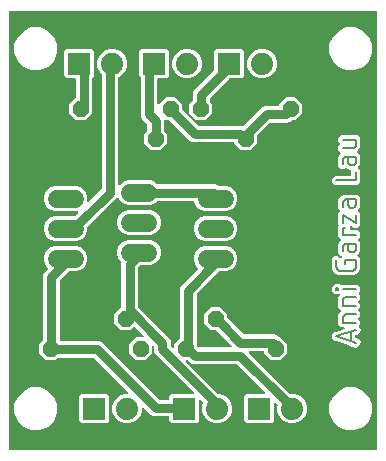
<source format=gbr>
G04 EAGLE Gerber RS-274X export*
G75*
%MOMM*%
%FSLAX34Y34*%
%LPD*%
%INTop Copper*%
%IPPOS*%
%AMOC8*
5,1,8,0,0,1.08239X$1,22.5*%
G01*
%ADD10C,0.152400*%
%ADD11R,1.879600X1.879600*%
%ADD12C,1.879600*%
%ADD13C,1.524000*%
%ADD14P,1.429621X8X22.500000*%
%ADD15P,1.429621X8X202.500000*%
%ADD16C,0.800000*%

G36*
X313510Y3052D02*
X313510Y3052D01*
X313529Y3050D01*
X313631Y3072D01*
X313733Y3088D01*
X313750Y3098D01*
X313770Y3102D01*
X313859Y3155D01*
X313950Y3204D01*
X313964Y3218D01*
X313981Y3228D01*
X314048Y3307D01*
X314120Y3382D01*
X314128Y3400D01*
X314141Y3415D01*
X314180Y3511D01*
X314223Y3605D01*
X314225Y3625D01*
X314233Y3643D01*
X314251Y3810D01*
X314251Y373890D01*
X314248Y373910D01*
X314250Y373929D01*
X314228Y374031D01*
X314212Y374133D01*
X314202Y374150D01*
X314198Y374170D01*
X314145Y374259D01*
X314096Y374350D01*
X314082Y374364D01*
X314072Y374381D01*
X313993Y374448D01*
X313918Y374520D01*
X313900Y374528D01*
X313885Y374541D01*
X313789Y374580D01*
X313695Y374623D01*
X313675Y374625D01*
X313657Y374633D01*
X313490Y374651D01*
X3810Y374651D01*
X3790Y374648D01*
X3771Y374650D01*
X3669Y374628D01*
X3567Y374612D01*
X3550Y374602D01*
X3530Y374598D01*
X3441Y374545D01*
X3350Y374496D01*
X3336Y374482D01*
X3319Y374472D01*
X3252Y374393D01*
X3180Y374318D01*
X3172Y374300D01*
X3159Y374285D01*
X3120Y374189D01*
X3077Y374095D01*
X3075Y374075D01*
X3067Y374057D01*
X3049Y373890D01*
X3049Y3810D01*
X3052Y3790D01*
X3050Y3771D01*
X3072Y3669D01*
X3088Y3567D01*
X3098Y3550D01*
X3102Y3530D01*
X3155Y3441D01*
X3204Y3350D01*
X3218Y3336D01*
X3228Y3319D01*
X3307Y3252D01*
X3382Y3180D01*
X3400Y3172D01*
X3415Y3159D01*
X3511Y3120D01*
X3605Y3077D01*
X3625Y3075D01*
X3643Y3067D01*
X3810Y3049D01*
X313490Y3049D01*
X313510Y3052D01*
G37*
%LPC*%
G36*
X100394Y25653D02*
X100394Y25653D01*
X95819Y27548D01*
X92318Y31049D01*
X90423Y35624D01*
X90423Y40576D01*
X92318Y45151D01*
X95819Y48652D01*
X100394Y50547D01*
X103367Y50547D01*
X103438Y50558D01*
X103509Y50560D01*
X103558Y50578D01*
X103610Y50586D01*
X103673Y50620D01*
X103740Y50645D01*
X103781Y50677D01*
X103827Y50702D01*
X103877Y50754D01*
X103933Y50798D01*
X103961Y50842D01*
X103997Y50880D01*
X104027Y50945D01*
X104066Y51005D01*
X104078Y51056D01*
X104100Y51103D01*
X104108Y51174D01*
X104126Y51244D01*
X104122Y51296D01*
X104127Y51347D01*
X104112Y51418D01*
X104106Y51489D01*
X104086Y51537D01*
X104075Y51588D01*
X104038Y51649D01*
X104010Y51715D01*
X103965Y51771D01*
X103949Y51799D01*
X103931Y51814D01*
X103905Y51846D01*
X74639Y81112D01*
X74565Y81165D01*
X74496Y81225D01*
X74466Y81237D01*
X74440Y81256D01*
X74353Y81283D01*
X74268Y81317D01*
X74227Y81321D01*
X74204Y81328D01*
X74172Y81327D01*
X74101Y81335D01*
X44502Y81335D01*
X44411Y81321D01*
X44321Y81313D01*
X44291Y81301D01*
X44259Y81296D01*
X44178Y81253D01*
X44094Y81217D01*
X44062Y81191D01*
X44041Y81180D01*
X44019Y81157D01*
X43963Y81112D01*
X42098Y79247D01*
X34102Y79247D01*
X28447Y84902D01*
X28447Y92898D01*
X31396Y95847D01*
X31449Y95921D01*
X31509Y95991D01*
X31521Y96021D01*
X31540Y96047D01*
X31567Y96134D01*
X31601Y96219D01*
X31605Y96260D01*
X31612Y96282D01*
X31611Y96314D01*
X31619Y96386D01*
X31619Y150550D01*
X32692Y153141D01*
X35834Y156282D01*
X35845Y156298D01*
X35861Y156311D01*
X35893Y156361D01*
X35924Y156393D01*
X35943Y156434D01*
X35977Y156482D01*
X35983Y156501D01*
X35994Y156518D01*
X36008Y156575D01*
X36027Y156616D01*
X36032Y156662D01*
X36049Y156717D01*
X36049Y156737D01*
X36054Y156756D01*
X36049Y156814D01*
X36055Y156861D01*
X36045Y156907D01*
X36043Y156963D01*
X36036Y156981D01*
X36035Y157001D01*
X36013Y157053D01*
X36002Y157101D01*
X35977Y157143D01*
X35959Y157194D01*
X35946Y157209D01*
X35938Y157228D01*
X35892Y157286D01*
X35876Y157312D01*
X35859Y157327D01*
X35834Y157359D01*
X34135Y159057D01*
X32511Y162978D01*
X32511Y167222D01*
X34135Y171143D01*
X37137Y174145D01*
X41058Y175769D01*
X60542Y175769D01*
X64463Y174145D01*
X67465Y171143D01*
X69089Y167222D01*
X69089Y162978D01*
X67465Y159057D01*
X64463Y156055D01*
X60542Y154431D01*
X54235Y154431D01*
X54145Y154417D01*
X54054Y154409D01*
X54024Y154397D01*
X53992Y154392D01*
X53912Y154349D01*
X53828Y154313D01*
X53796Y154287D01*
X53775Y154276D01*
X53753Y154253D01*
X53697Y154208D01*
X45940Y146451D01*
X45887Y146377D01*
X45827Y146308D01*
X45815Y146278D01*
X45796Y146252D01*
X45769Y146165D01*
X45735Y146080D01*
X45731Y146039D01*
X45724Y146016D01*
X45725Y145984D01*
X45717Y145913D01*
X45717Y96194D01*
X45720Y96174D01*
X45718Y96155D01*
X45740Y96053D01*
X45756Y95951D01*
X45766Y95934D01*
X45770Y95914D01*
X45823Y95825D01*
X45872Y95734D01*
X45886Y95720D01*
X45896Y95703D01*
X45975Y95636D01*
X46050Y95564D01*
X46068Y95556D01*
X46083Y95543D01*
X46179Y95504D01*
X46273Y95461D01*
X46293Y95459D01*
X46311Y95451D01*
X46478Y95433D01*
X78738Y95433D01*
X81329Y94360D01*
X129749Y45940D01*
X129823Y45887D01*
X129892Y45827D01*
X129922Y45815D01*
X129948Y45796D01*
X130035Y45769D01*
X130120Y45735D01*
X130161Y45731D01*
X130184Y45724D01*
X130216Y45725D01*
X130287Y45717D01*
X137922Y45717D01*
X137942Y45720D01*
X137961Y45718D01*
X138063Y45740D01*
X138165Y45756D01*
X138182Y45766D01*
X138202Y45770D01*
X138291Y45823D01*
X138382Y45872D01*
X138396Y45886D01*
X138413Y45896D01*
X138480Y45975D01*
X138552Y46050D01*
X138560Y46068D01*
X138573Y46083D01*
X138612Y46179D01*
X138655Y46273D01*
X138657Y46293D01*
X138665Y46311D01*
X138683Y46478D01*
X138683Y48761D01*
X140469Y50547D01*
X158607Y50547D01*
X158678Y50558D01*
X158749Y50560D01*
X158798Y50578D01*
X158850Y50586D01*
X158913Y50620D01*
X158980Y50645D01*
X159021Y50677D01*
X159067Y50702D01*
X159117Y50754D01*
X159173Y50798D01*
X159201Y50842D01*
X159237Y50880D01*
X159267Y50945D01*
X159306Y51005D01*
X159318Y51056D01*
X159340Y51103D01*
X159348Y51174D01*
X159366Y51244D01*
X159362Y51296D01*
X159367Y51347D01*
X159352Y51418D01*
X159346Y51489D01*
X159326Y51537D01*
X159315Y51588D01*
X159278Y51649D01*
X159250Y51715D01*
X159205Y51771D01*
X159189Y51799D01*
X159171Y51814D01*
X159145Y51846D01*
X128690Y82301D01*
X126600Y84391D01*
X125527Y86982D01*
X125527Y90673D01*
X125513Y90763D01*
X125505Y90854D01*
X125493Y90884D01*
X125488Y90916D01*
X125445Y90996D01*
X125409Y91080D01*
X125383Y91112D01*
X125372Y91133D01*
X125349Y91155D01*
X125304Y91211D01*
X125252Y91263D01*
X125194Y91305D01*
X125142Y91355D01*
X125095Y91376D01*
X125053Y91407D01*
X124984Y91428D01*
X124919Y91458D01*
X124867Y91464D01*
X124818Y91479D01*
X124746Y91477D01*
X124675Y91485D01*
X124624Y91474D01*
X124572Y91473D01*
X124504Y91448D01*
X124434Y91433D01*
X124390Y91406D01*
X124341Y91389D01*
X124285Y91344D01*
X124223Y91307D01*
X124189Y91267D01*
X124149Y91235D01*
X124110Y91175D01*
X124063Y91120D01*
X124044Y91072D01*
X124016Y91028D01*
X123998Y90958D01*
X123971Y90892D01*
X123963Y90821D01*
X123955Y90789D01*
X123957Y90766D01*
X123953Y90725D01*
X123953Y84902D01*
X118298Y79247D01*
X110302Y79247D01*
X104647Y84902D01*
X104647Y92898D01*
X110302Y98553D01*
X116125Y98553D01*
X116196Y98564D01*
X116267Y98566D01*
X116316Y98584D01*
X116368Y98592D01*
X116431Y98626D01*
X116498Y98651D01*
X116539Y98683D01*
X116585Y98708D01*
X116634Y98759D01*
X116691Y98804D01*
X116719Y98848D01*
X116755Y98886D01*
X116785Y98951D01*
X116824Y99011D01*
X116836Y99062D01*
X116858Y99109D01*
X116866Y99180D01*
X116884Y99250D01*
X116880Y99302D01*
X116885Y99353D01*
X116870Y99424D01*
X116864Y99495D01*
X116844Y99543D01*
X116833Y99594D01*
X116796Y99655D01*
X116768Y99721D01*
X116723Y99777D01*
X116707Y99805D01*
X116689Y99820D01*
X116663Y99852D01*
X109272Y107244D01*
X109255Y107256D01*
X109243Y107271D01*
X109156Y107327D01*
X109072Y107388D01*
X109053Y107393D01*
X109036Y107404D01*
X108936Y107430D01*
X108837Y107460D01*
X108817Y107459D01*
X108798Y107464D01*
X108695Y107456D01*
X108591Y107454D01*
X108572Y107447D01*
X108552Y107445D01*
X108457Y107405D01*
X108360Y107369D01*
X108344Y107357D01*
X108326Y107349D01*
X108195Y107244D01*
X105598Y104647D01*
X97602Y104647D01*
X91947Y110302D01*
X91947Y118298D01*
X97684Y124035D01*
X97737Y124109D01*
X97797Y124179D01*
X97809Y124209D01*
X97828Y124235D01*
X97855Y124322D01*
X97889Y124407D01*
X97893Y124448D01*
X97900Y124470D01*
X97899Y124502D01*
X97907Y124574D01*
X97907Y161598D01*
X98005Y161833D01*
X98031Y161945D01*
X98060Y162060D01*
X98059Y162066D01*
X98061Y162072D01*
X98050Y162189D01*
X98041Y162305D01*
X98038Y162311D01*
X98038Y162317D01*
X97990Y162425D01*
X97944Y162532D01*
X97940Y162537D01*
X97938Y162542D01*
X97925Y162556D01*
X97859Y162639D01*
X97857Y162641D01*
X97856Y162642D01*
X97840Y162663D01*
X96365Y164137D01*
X94741Y168058D01*
X94741Y172302D01*
X96365Y176223D01*
X99367Y179225D01*
X103288Y180849D01*
X122772Y180849D01*
X126693Y179225D01*
X129695Y176223D01*
X131319Y172302D01*
X131319Y168058D01*
X129695Y164137D01*
X126693Y161135D01*
X122772Y159511D01*
X114555Y159511D01*
X114465Y159497D01*
X114374Y159489D01*
X114344Y159477D01*
X114312Y159472D01*
X114232Y159429D01*
X114148Y159393D01*
X114115Y159367D01*
X114095Y159356D01*
X114073Y159333D01*
X114017Y159288D01*
X112228Y157499D01*
X112175Y157425D01*
X112115Y157356D01*
X112103Y157326D01*
X112084Y157300D01*
X112057Y157212D01*
X112023Y157128D01*
X112019Y157087D01*
X112012Y157064D01*
X112013Y157032D01*
X112005Y156961D01*
X112005Y124763D01*
X112019Y124673D01*
X112027Y124582D01*
X112039Y124552D01*
X112044Y124520D01*
X112087Y124440D01*
X112123Y124356D01*
X112149Y124324D01*
X112160Y124303D01*
X112183Y124281D01*
X112228Y124225D01*
X138552Y97901D01*
X139625Y95310D01*
X139625Y91619D01*
X139639Y91529D01*
X139647Y91438D01*
X139659Y91408D01*
X139664Y91376D01*
X139707Y91296D01*
X139743Y91212D01*
X139769Y91180D01*
X139780Y91159D01*
X139803Y91137D01*
X139848Y91081D01*
X141448Y89481D01*
X141506Y89439D01*
X141558Y89389D01*
X141605Y89368D01*
X141647Y89337D01*
X141716Y89316D01*
X141781Y89286D01*
X141833Y89280D01*
X141883Y89265D01*
X141954Y89267D01*
X142025Y89259D01*
X142076Y89270D01*
X142128Y89271D01*
X142196Y89296D01*
X142266Y89311D01*
X142311Y89338D01*
X142359Y89356D01*
X142415Y89400D01*
X142477Y89437D01*
X142511Y89477D01*
X142551Y89509D01*
X142590Y89570D01*
X142637Y89624D01*
X142656Y89672D01*
X142684Y89716D01*
X142702Y89786D01*
X142729Y89852D01*
X142737Y89924D01*
X142745Y89955D01*
X142743Y89978D01*
X142747Y90019D01*
X142747Y92898D01*
X147400Y97551D01*
X147453Y97625D01*
X147513Y97695D01*
X147525Y97725D01*
X147544Y97751D01*
X147571Y97838D01*
X147605Y97923D01*
X147609Y97964D01*
X147616Y97986D01*
X147615Y98018D01*
X147623Y98090D01*
X147623Y139502D01*
X148696Y142093D01*
X162860Y156256D01*
X162871Y156272D01*
X162887Y156285D01*
X162943Y156372D01*
X163003Y156456D01*
X163009Y156475D01*
X163020Y156492D01*
X163045Y156592D01*
X163075Y156691D01*
X163075Y156711D01*
X163080Y156730D01*
X163072Y156833D01*
X163069Y156937D01*
X163062Y156955D01*
X163061Y156975D01*
X163020Y157070D01*
X162985Y157168D01*
X162972Y157183D01*
X162964Y157202D01*
X162877Y157311D01*
X162876Y157312D01*
X162875Y157313D01*
X162860Y157333D01*
X161135Y159057D01*
X159511Y162978D01*
X159511Y167222D01*
X161135Y171143D01*
X164137Y174145D01*
X168058Y175769D01*
X187542Y175769D01*
X191463Y174145D01*
X194465Y171143D01*
X196089Y167222D01*
X196089Y162978D01*
X194465Y159057D01*
X191463Y156055D01*
X187542Y154431D01*
X181287Y154431D01*
X181197Y154417D01*
X181106Y154409D01*
X181076Y154397D01*
X181044Y154392D01*
X180964Y154349D01*
X180880Y154313D01*
X180848Y154287D01*
X180827Y154276D01*
X180805Y154253D01*
X180749Y154208D01*
X161944Y135403D01*
X161891Y135329D01*
X161831Y135260D01*
X161819Y135230D01*
X161800Y135204D01*
X161773Y135117D01*
X161739Y135032D01*
X161735Y134991D01*
X161728Y134968D01*
X161729Y134936D01*
X161721Y134865D01*
X161721Y95327D01*
X161729Y95275D01*
X161728Y95222D01*
X161756Y95112D01*
X161760Y95084D01*
X161764Y95079D01*
X161721Y93803D01*
X161722Y93793D01*
X161721Y93778D01*
X161721Y93546D01*
X161735Y93456D01*
X161743Y93365D01*
X161755Y93335D01*
X161760Y93303D01*
X161803Y93222D01*
X161839Y93138D01*
X161865Y93106D01*
X161876Y93085D01*
X161899Y93063D01*
X161944Y93007D01*
X162053Y92898D01*
X162053Y91287D01*
X162067Y91197D01*
X162075Y91106D01*
X162087Y91076D01*
X162092Y91044D01*
X162135Y90964D01*
X162171Y90880D01*
X162197Y90848D01*
X162208Y90827D01*
X162231Y90805D01*
X162276Y90749D01*
X162893Y90132D01*
X162967Y90079D01*
X163036Y90019D01*
X163066Y90007D01*
X163092Y89988D01*
X163179Y89961D01*
X163264Y89927D01*
X163305Y89923D01*
X163328Y89916D01*
X163360Y89917D01*
X163431Y89909D01*
X191057Y89909D01*
X191128Y89920D01*
X191199Y89922D01*
X191248Y89940D01*
X191300Y89948D01*
X191363Y89982D01*
X191430Y90007D01*
X191471Y90039D01*
X191517Y90064D01*
X191567Y90116D01*
X191623Y90160D01*
X191651Y90204D01*
X191687Y90242D01*
X191717Y90307D01*
X191756Y90367D01*
X191768Y90418D01*
X191790Y90465D01*
X191798Y90536D01*
X191816Y90606D01*
X191812Y90658D01*
X191817Y90709D01*
X191802Y90780D01*
X191796Y90851D01*
X191776Y90899D01*
X191765Y90950D01*
X191728Y91011D01*
X191700Y91077D01*
X191655Y91133D01*
X191639Y91161D01*
X191621Y91176D01*
X191595Y91208D01*
X178379Y104424D01*
X178305Y104477D01*
X178236Y104537D01*
X178206Y104549D01*
X178180Y104568D01*
X178093Y104595D01*
X178008Y104629D01*
X177967Y104633D01*
X177944Y104640D01*
X177912Y104639D01*
X177841Y104647D01*
X173802Y104647D01*
X168147Y110302D01*
X168147Y118298D01*
X173802Y123953D01*
X181798Y123953D01*
X187453Y118298D01*
X187453Y115696D01*
X187455Y115684D01*
X187454Y115674D01*
X187464Y115627D01*
X187472Y115580D01*
X187492Y115456D01*
X187492Y115455D01*
X187492Y115453D01*
X187547Y115350D01*
X187606Y115238D01*
X187607Y115237D01*
X187608Y115236D01*
X187611Y115232D01*
X187721Y115116D01*
X187926Y114941D01*
X188006Y114787D01*
X188026Y114759D01*
X188040Y114727D01*
X188145Y114596D01*
X201561Y101180D01*
X201635Y101127D01*
X201704Y101067D01*
X201734Y101055D01*
X201760Y101036D01*
X201847Y101009D01*
X201932Y100975D01*
X201973Y100971D01*
X201996Y100964D01*
X202028Y100965D01*
X202099Y100957D01*
X226457Y100957D01*
X226460Y100957D01*
X226463Y100957D01*
X227862Y100967D01*
X229157Y100430D01*
X229159Y100430D01*
X229162Y100428D01*
X230458Y99902D01*
X231448Y98913D01*
X231450Y98911D01*
X231452Y98909D01*
X231590Y98772D01*
X231663Y98721D01*
X231730Y98663D01*
X231763Y98650D01*
X231791Y98630D01*
X231876Y98604D01*
X231958Y98571D01*
X232003Y98566D01*
X232027Y98559D01*
X232058Y98560D01*
X232125Y98553D01*
X232598Y98553D01*
X238253Y92898D01*
X238253Y84902D01*
X232598Y79247D01*
X224602Y79247D01*
X218947Y84902D01*
X218947Y86098D01*
X218944Y86118D01*
X218946Y86137D01*
X218924Y86239D01*
X218908Y86341D01*
X218898Y86358D01*
X218894Y86378D01*
X218841Y86467D01*
X218792Y86558D01*
X218778Y86572D01*
X218768Y86589D01*
X218689Y86656D01*
X218614Y86728D01*
X218596Y86736D01*
X218581Y86749D01*
X218485Y86788D01*
X218391Y86831D01*
X218371Y86833D01*
X218353Y86841D01*
X218186Y86859D01*
X206671Y86859D01*
X206600Y86848D01*
X206529Y86846D01*
X206480Y86828D01*
X206428Y86820D01*
X206365Y86786D01*
X206298Y86761D01*
X206257Y86729D01*
X206211Y86704D01*
X206161Y86652D01*
X206105Y86608D01*
X206077Y86564D01*
X206041Y86526D01*
X206011Y86461D01*
X205972Y86401D01*
X205960Y86350D01*
X205938Y86303D01*
X205930Y86232D01*
X205912Y86162D01*
X205916Y86110D01*
X205911Y86059D01*
X205926Y85988D01*
X205932Y85917D01*
X205952Y85869D01*
X205963Y85818D01*
X206000Y85757D01*
X206028Y85691D01*
X206073Y85635D01*
X206089Y85607D01*
X206107Y85592D01*
X206133Y85560D01*
X240923Y50770D01*
X240997Y50717D01*
X241066Y50657D01*
X241096Y50645D01*
X241122Y50626D01*
X241209Y50599D01*
X241294Y50565D01*
X241335Y50561D01*
X241358Y50554D01*
X241390Y50555D01*
X241461Y50547D01*
X245046Y50547D01*
X249621Y48652D01*
X253122Y45151D01*
X255017Y40576D01*
X255017Y35624D01*
X253122Y31049D01*
X249621Y27548D01*
X245046Y25653D01*
X240094Y25653D01*
X235519Y27548D01*
X232018Y31049D01*
X230123Y35624D01*
X230123Y40576D01*
X230238Y40853D01*
X230247Y40890D01*
X230254Y40906D01*
X230257Y40936D01*
X230265Y40967D01*
X230293Y41080D01*
X230293Y41086D01*
X230294Y41092D01*
X230283Y41209D01*
X230274Y41325D01*
X230272Y41331D01*
X230271Y41337D01*
X230223Y41444D01*
X230178Y41552D01*
X230173Y41557D01*
X230171Y41562D01*
X230158Y41576D01*
X230073Y41683D01*
X228376Y43379D01*
X228318Y43421D01*
X228266Y43471D01*
X228219Y43493D01*
X228177Y43523D01*
X228108Y43544D01*
X228043Y43574D01*
X227991Y43580D01*
X227941Y43595D01*
X227870Y43593D01*
X227799Y43601D01*
X227748Y43590D01*
X227696Y43589D01*
X227628Y43564D01*
X227558Y43549D01*
X227514Y43522D01*
X227465Y43504D01*
X227409Y43460D01*
X227347Y43423D01*
X227313Y43383D01*
X227273Y43351D01*
X227234Y43290D01*
X227187Y43236D01*
X227168Y43188D01*
X227140Y43144D01*
X227122Y43074D01*
X227095Y43008D01*
X227087Y42936D01*
X227079Y42905D01*
X227081Y42882D01*
X227077Y42841D01*
X227077Y27439D01*
X225291Y25653D01*
X203969Y25653D01*
X202183Y27439D01*
X202183Y48761D01*
X203969Y50547D01*
X219371Y50547D01*
X219442Y50558D01*
X219513Y50560D01*
X219562Y50578D01*
X219614Y50586D01*
X219677Y50620D01*
X219744Y50645D01*
X219785Y50677D01*
X219831Y50702D01*
X219881Y50754D01*
X219937Y50798D01*
X219965Y50842D01*
X220001Y50880D01*
X220031Y50945D01*
X220070Y51005D01*
X220082Y51056D01*
X220104Y51103D01*
X220112Y51174D01*
X220130Y51244D01*
X220126Y51296D01*
X220131Y51347D01*
X220116Y51418D01*
X220110Y51489D01*
X220090Y51537D01*
X220079Y51588D01*
X220042Y51649D01*
X220014Y51715D01*
X219969Y51771D01*
X219953Y51799D01*
X219935Y51814D01*
X219909Y51846D01*
X196167Y75588D01*
X196093Y75641D01*
X196024Y75701D01*
X195994Y75713D01*
X195968Y75732D01*
X195881Y75759D01*
X195796Y75793D01*
X195755Y75797D01*
X195732Y75804D01*
X195700Y75803D01*
X195629Y75811D01*
X158794Y75811D01*
X156203Y76884D01*
X154063Y79024D01*
X153989Y79077D01*
X153920Y79137D01*
X153890Y79149D01*
X153864Y79168D01*
X153777Y79195D01*
X153692Y79229D01*
X153651Y79233D01*
X153628Y79240D01*
X153623Y79240D01*
X153622Y79240D01*
X153595Y79239D01*
X153525Y79247D01*
X153519Y79247D01*
X153448Y79236D01*
X153377Y79234D01*
X153328Y79216D01*
X153276Y79208D01*
X153213Y79174D01*
X153146Y79149D01*
X153105Y79117D01*
X153059Y79092D01*
X153010Y79041D01*
X152953Y78996D01*
X152925Y78952D01*
X152889Y78914D01*
X152859Y78849D01*
X152820Y78789D01*
X152808Y78738D01*
X152786Y78691D01*
X152778Y78620D01*
X152760Y78550D01*
X152764Y78498D01*
X152759Y78447D01*
X152774Y78376D01*
X152780Y78305D01*
X152800Y78257D01*
X152811Y78206D01*
X152848Y78145D01*
X152876Y78079D01*
X152921Y78023D01*
X152937Y77995D01*
X152955Y77980D01*
X152981Y77948D01*
X180159Y50770D01*
X180233Y50717D01*
X180302Y50657D01*
X180332Y50645D01*
X180358Y50626D01*
X180445Y50599D01*
X180530Y50565D01*
X180571Y50561D01*
X180594Y50554D01*
X180626Y50555D01*
X180697Y50547D01*
X181546Y50547D01*
X186121Y48652D01*
X189622Y45151D01*
X191517Y40576D01*
X191517Y35624D01*
X189622Y31049D01*
X186121Y27548D01*
X181546Y25653D01*
X176594Y25653D01*
X172019Y27548D01*
X168518Y31049D01*
X166623Y35624D01*
X166623Y40576D01*
X167539Y42788D01*
X167566Y42901D01*
X167595Y43015D01*
X167594Y43021D01*
X167596Y43027D01*
X167585Y43144D01*
X167576Y43260D01*
X167573Y43266D01*
X167572Y43272D01*
X167525Y43379D01*
X167479Y43486D01*
X167475Y43492D01*
X167472Y43497D01*
X167460Y43510D01*
X167374Y43617D01*
X164876Y46115D01*
X164818Y46157D01*
X164766Y46207D01*
X164719Y46229D01*
X164677Y46259D01*
X164608Y46280D01*
X164543Y46310D01*
X164491Y46316D01*
X164441Y46331D01*
X164370Y46329D01*
X164299Y46337D01*
X164248Y46326D01*
X164196Y46325D01*
X164128Y46300D01*
X164058Y46285D01*
X164014Y46258D01*
X163965Y46240D01*
X163909Y46196D01*
X163847Y46159D01*
X163813Y46119D01*
X163773Y46087D01*
X163734Y46026D01*
X163687Y45972D01*
X163668Y45924D01*
X163640Y45880D01*
X163622Y45810D01*
X163595Y45744D01*
X163587Y45672D01*
X163579Y45641D01*
X163581Y45618D01*
X163577Y45577D01*
X163577Y27439D01*
X161791Y25653D01*
X140469Y25653D01*
X138683Y27439D01*
X138683Y30858D01*
X138680Y30878D01*
X138682Y30897D01*
X138660Y30999D01*
X138644Y31101D01*
X138634Y31118D01*
X138630Y31138D01*
X138577Y31227D01*
X138528Y31318D01*
X138514Y31332D01*
X138504Y31349D01*
X138425Y31416D01*
X138350Y31488D01*
X138332Y31496D01*
X138317Y31509D01*
X138221Y31548D01*
X138127Y31591D01*
X138107Y31593D01*
X138089Y31601D01*
X137922Y31619D01*
X125650Y31619D01*
X123059Y32692D01*
X116616Y39135D01*
X116558Y39177D01*
X116506Y39227D01*
X116459Y39248D01*
X116417Y39279D01*
X116348Y39300D01*
X116283Y39330D01*
X116231Y39336D01*
X116181Y39351D01*
X116110Y39349D01*
X116039Y39357D01*
X115988Y39346D01*
X115936Y39345D01*
X115868Y39320D01*
X115798Y39305D01*
X115753Y39278D01*
X115705Y39260D01*
X115649Y39216D01*
X115587Y39179D01*
X115553Y39139D01*
X115513Y39107D01*
X115474Y39046D01*
X115427Y38992D01*
X115408Y38944D01*
X115380Y38900D01*
X115362Y38830D01*
X115335Y38764D01*
X115327Y38692D01*
X115319Y38661D01*
X115321Y38638D01*
X115317Y38597D01*
X115317Y35624D01*
X113422Y31049D01*
X109921Y27548D01*
X105346Y25653D01*
X100394Y25653D01*
G37*
%LPD*%
%LPC*%
G36*
X41058Y179831D02*
X41058Y179831D01*
X37137Y181455D01*
X34135Y184457D01*
X32511Y188378D01*
X32511Y192622D01*
X34135Y196543D01*
X37137Y199545D01*
X41058Y201169D01*
X58309Y201169D01*
X58399Y201183D01*
X58490Y201191D01*
X58520Y201203D01*
X58552Y201208D01*
X58632Y201251D01*
X58716Y201287D01*
X58748Y201313D01*
X58769Y201324D01*
X58791Y201347D01*
X58847Y201392D01*
X61497Y204042D01*
X61554Y204121D01*
X61616Y204196D01*
X61626Y204220D01*
X61641Y204241D01*
X61669Y204334D01*
X61704Y204425D01*
X61705Y204451D01*
X61713Y204476D01*
X61711Y204574D01*
X61715Y204671D01*
X61707Y204696D01*
X61707Y204722D01*
X61673Y204814D01*
X61646Y204907D01*
X61631Y204929D01*
X61622Y204953D01*
X61561Y205030D01*
X61506Y205109D01*
X61485Y205125D01*
X61469Y205145D01*
X61387Y205198D01*
X61309Y205256D01*
X61284Y205264D01*
X61262Y205278D01*
X61167Y205302D01*
X61075Y205332D01*
X61049Y205332D01*
X61023Y205338D01*
X60926Y205331D01*
X60829Y205330D01*
X60797Y205321D01*
X60778Y205319D01*
X60748Y205306D01*
X60668Y205283D01*
X60542Y205231D01*
X41058Y205231D01*
X37137Y206855D01*
X34135Y209857D01*
X32511Y213778D01*
X32511Y218022D01*
X34135Y221943D01*
X37137Y224945D01*
X41058Y226569D01*
X60542Y226569D01*
X64463Y224945D01*
X67465Y221943D01*
X69089Y218022D01*
X69089Y213778D01*
X69037Y213652D01*
X69014Y213557D01*
X68986Y213464D01*
X68987Y213438D01*
X68981Y213413D01*
X68990Y213316D01*
X68992Y213219D01*
X69001Y213194D01*
X69004Y213168D01*
X69043Y213079D01*
X69077Y212988D01*
X69093Y212967D01*
X69104Y212943D01*
X69170Y212872D01*
X69230Y212796D01*
X69252Y212781D01*
X69270Y212762D01*
X69355Y212715D01*
X69437Y212663D01*
X69463Y212656D01*
X69486Y212644D01*
X69582Y212626D01*
X69676Y212602D01*
X69702Y212605D01*
X69728Y212600D01*
X69824Y212614D01*
X69921Y212622D01*
X69945Y212632D01*
X69971Y212636D01*
X70058Y212680D01*
X70147Y212718D01*
X70173Y212738D01*
X70190Y212747D01*
X70213Y212771D01*
X70278Y212823D01*
X81112Y223657D01*
X81165Y223731D01*
X81225Y223800D01*
X81237Y223830D01*
X81256Y223856D01*
X81283Y223943D01*
X81317Y224028D01*
X81321Y224069D01*
X81328Y224092D01*
X81327Y224124D01*
X81335Y224195D01*
X81335Y321117D01*
X81321Y321207D01*
X81313Y321298D01*
X81301Y321328D01*
X81296Y321360D01*
X81253Y321440D01*
X81217Y321524D01*
X81191Y321556D01*
X81180Y321577D01*
X81157Y321599D01*
X81112Y321655D01*
X79618Y323149D01*
X77723Y327724D01*
X77723Y332676D01*
X79618Y337251D01*
X83119Y340752D01*
X87694Y342647D01*
X92646Y342647D01*
X97221Y340752D01*
X100722Y337251D01*
X102617Y332676D01*
X102617Y327724D01*
X100722Y323149D01*
X97221Y319648D01*
X95903Y319102D01*
X95803Y319041D01*
X95703Y318981D01*
X95699Y318976D01*
X95694Y318973D01*
X95619Y318883D01*
X95543Y318794D01*
X95541Y318788D01*
X95537Y318783D01*
X95495Y318675D01*
X95451Y318566D01*
X95450Y318558D01*
X95449Y318554D01*
X95448Y318535D01*
X95433Y318399D01*
X95433Y227928D01*
X95444Y227858D01*
X95446Y227786D01*
X95464Y227737D01*
X95472Y227686D01*
X95506Y227622D01*
X95531Y227555D01*
X95563Y227514D01*
X95588Y227468D01*
X95640Y227419D01*
X95684Y227363D01*
X95728Y227335D01*
X95766Y227299D01*
X95831Y227269D01*
X95891Y227230D01*
X95942Y227217D01*
X95989Y227195D01*
X96060Y227187D01*
X96130Y227170D01*
X96182Y227174D01*
X96233Y227168D01*
X96304Y227183D01*
X96375Y227189D01*
X96423Y227209D01*
X96474Y227220D01*
X96535Y227257D01*
X96601Y227285D01*
X96657Y227330D01*
X96685Y227347D01*
X96700Y227364D01*
X96732Y227390D01*
X99367Y230025D01*
X103288Y231649D01*
X122772Y231649D01*
X126693Y230025D01*
X128486Y228232D01*
X128560Y228179D01*
X128630Y228119D01*
X128660Y228107D01*
X128686Y228088D01*
X128773Y228061D01*
X128858Y228027D01*
X128899Y228023D01*
X128921Y228016D01*
X128953Y228017D01*
X129024Y228009D01*
X175980Y228009D01*
X176000Y228012D01*
X176132Y228024D01*
X176733Y228147D01*
X177373Y228023D01*
X177400Y228022D01*
X177518Y228009D01*
X178170Y228009D01*
X178737Y227774D01*
X178757Y227769D01*
X178884Y227730D01*
X179486Y227613D01*
X180030Y227253D01*
X180054Y227243D01*
X180158Y227185D01*
X180761Y226936D01*
X180905Y226792D01*
X180979Y226739D01*
X181048Y226679D01*
X181078Y226667D01*
X181104Y226648D01*
X181192Y226621D01*
X181276Y226587D01*
X181317Y226583D01*
X181339Y226576D01*
X181372Y226577D01*
X181443Y226569D01*
X187542Y226569D01*
X191463Y224945D01*
X194465Y221943D01*
X196089Y218022D01*
X196089Y213778D01*
X194465Y209857D01*
X191463Y206855D01*
X187542Y205231D01*
X168058Y205231D01*
X164137Y206855D01*
X161135Y209857D01*
X159651Y213441D01*
X159589Y213541D01*
X159529Y213641D01*
X159524Y213645D01*
X159521Y213650D01*
X159431Y213725D01*
X159342Y213801D01*
X159336Y213803D01*
X159332Y213807D01*
X159223Y213849D01*
X159114Y213893D01*
X159107Y213894D01*
X159102Y213895D01*
X159084Y213896D01*
X158947Y213911D01*
X128984Y213911D01*
X128894Y213897D01*
X128803Y213889D01*
X128774Y213877D01*
X128742Y213872D01*
X128661Y213829D01*
X128577Y213793D01*
X128545Y213767D01*
X128524Y213756D01*
X128502Y213733D01*
X128446Y213688D01*
X126693Y211935D01*
X122772Y210311D01*
X103288Y210311D01*
X99367Y211935D01*
X96365Y214937D01*
X95619Y216738D01*
X95595Y216777D01*
X95579Y216820D01*
X95531Y216881D01*
X95490Y216947D01*
X95454Y216977D01*
X95426Y217012D01*
X95360Y217054D01*
X95300Y217104D01*
X95257Y217121D01*
X95219Y217145D01*
X95143Y217164D01*
X95071Y217192D01*
X95025Y217194D01*
X94980Y217205D01*
X94903Y217199D01*
X94825Y217203D01*
X94781Y217190D01*
X94735Y217186D01*
X94663Y217156D01*
X94589Y217134D01*
X94551Y217108D01*
X94509Y217090D01*
X94402Y217005D01*
X94386Y216994D01*
X94383Y216990D01*
X94378Y216985D01*
X92270Y214877D01*
X69312Y191919D01*
X69259Y191845D01*
X69199Y191776D01*
X69187Y191746D01*
X69168Y191720D01*
X69141Y191633D01*
X69107Y191548D01*
X69103Y191507D01*
X69096Y191484D01*
X69097Y191452D01*
X69089Y191381D01*
X69089Y188378D01*
X67465Y184457D01*
X64463Y181455D01*
X60542Y179831D01*
X41058Y179831D01*
G37*
%LPD*%
%LPC*%
G36*
X123002Y257047D02*
X123002Y257047D01*
X117347Y262702D01*
X117347Y270698D01*
X119780Y273131D01*
X119833Y273205D01*
X119893Y273275D01*
X119905Y273305D01*
X119924Y273331D01*
X119951Y273418D01*
X119985Y273503D01*
X119989Y273544D01*
X119996Y273566D01*
X119995Y273598D01*
X120003Y273670D01*
X120003Y278489D01*
X119989Y278579D01*
X119981Y278670D01*
X119969Y278700D01*
X119964Y278732D01*
X119921Y278812D01*
X119885Y278896D01*
X119859Y278928D01*
X119848Y278949D01*
X119825Y278971D01*
X119780Y279027D01*
X115552Y283255D01*
X114479Y285846D01*
X114479Y318028D01*
X114465Y318118D01*
X114457Y318209D01*
X114445Y318239D01*
X114440Y318271D01*
X114397Y318351D01*
X114361Y318435D01*
X114335Y318467D01*
X114324Y318488D01*
X114301Y318510D01*
X114256Y318566D01*
X113283Y319539D01*
X113283Y340861D01*
X115069Y342647D01*
X136391Y342647D01*
X138177Y340861D01*
X138177Y319539D01*
X136391Y317753D01*
X129338Y317753D01*
X129318Y317750D01*
X129299Y317752D01*
X129197Y317730D01*
X129095Y317714D01*
X129078Y317704D01*
X129058Y317700D01*
X128969Y317647D01*
X128878Y317598D01*
X128864Y317584D01*
X128847Y317574D01*
X128780Y317495D01*
X128708Y317420D01*
X128700Y317402D01*
X128687Y317387D01*
X128648Y317291D01*
X128605Y317197D01*
X128603Y317177D01*
X128595Y317159D01*
X128577Y316992D01*
X128577Y296466D01*
X128588Y296395D01*
X128590Y296323D01*
X128608Y296274D01*
X128616Y296223D01*
X128650Y296159D01*
X128675Y296092D01*
X128707Y296051D01*
X128732Y296005D01*
X128784Y295956D01*
X128828Y295900D01*
X128872Y295872D01*
X128910Y295836D01*
X128975Y295806D01*
X129035Y295767D01*
X129086Y295754D01*
X129133Y295732D01*
X129204Y295725D01*
X129274Y295707D01*
X129326Y295711D01*
X129377Y295705D01*
X129448Y295721D01*
X129519Y295726D01*
X129567Y295746D01*
X129618Y295758D01*
X129679Y295794D01*
X129745Y295822D01*
X129801Y295867D01*
X129829Y295884D01*
X129844Y295902D01*
X129876Y295927D01*
X135702Y301753D01*
X143698Y301753D01*
X149353Y296098D01*
X149353Y291803D01*
X149367Y291713D01*
X149375Y291622D01*
X149387Y291592D01*
X149392Y291560D01*
X149435Y291480D01*
X149471Y291396D01*
X149497Y291364D01*
X149508Y291343D01*
X149531Y291321D01*
X149576Y291265D01*
X162893Y277948D01*
X162967Y277895D01*
X163036Y277835D01*
X163066Y277823D01*
X163092Y277804D01*
X163179Y277777D01*
X163264Y277743D01*
X163305Y277739D01*
X163328Y277732D01*
X163360Y277733D01*
X163431Y277725D01*
X198695Y277725D01*
X198708Y277727D01*
X198728Y277725D01*
X199960Y277779D01*
X199982Y277771D01*
X200030Y277762D01*
X200076Y277743D01*
X200200Y277729D01*
X200224Y277725D01*
X200231Y277726D01*
X200243Y277725D01*
X200266Y277725D01*
X200646Y277567D01*
X200759Y277541D01*
X200873Y277512D01*
X200880Y277513D01*
X200886Y277511D01*
X201002Y277522D01*
X201119Y277531D01*
X201124Y277534D01*
X201131Y277534D01*
X201238Y277582D01*
X201345Y277627D01*
X201351Y277632D01*
X201355Y277634D01*
X201369Y277647D01*
X201476Y277732D01*
X216967Y293224D01*
X219558Y294297D01*
X230886Y294297D01*
X230906Y294300D01*
X230925Y294298D01*
X231027Y294320D01*
X231129Y294336D01*
X231146Y294346D01*
X231166Y294350D01*
X231255Y294403D01*
X231346Y294452D01*
X231360Y294466D01*
X231377Y294476D01*
X231444Y294555D01*
X231516Y294630D01*
X231524Y294648D01*
X231537Y294663D01*
X231576Y294759D01*
X231619Y294853D01*
X231621Y294873D01*
X231629Y294891D01*
X231647Y295058D01*
X231647Y296098D01*
X237302Y301753D01*
X245298Y301753D01*
X250953Y296098D01*
X250953Y288102D01*
X245298Y282447D01*
X243101Y282447D01*
X243086Y282445D01*
X243070Y282447D01*
X242964Y282425D01*
X242858Y282408D01*
X242845Y282400D01*
X242829Y282397D01*
X242736Y282343D01*
X242641Y282292D01*
X242630Y282281D01*
X242617Y282273D01*
X242500Y282153D01*
X242239Y281817D01*
X241934Y281644D01*
X241920Y281632D01*
X241904Y281625D01*
X241773Y281520D01*
X241525Y281272D01*
X240681Y280923D01*
X240655Y280907D01*
X240596Y280881D01*
X239803Y280429D01*
X239455Y280386D01*
X239437Y280380D01*
X239419Y280380D01*
X239258Y280334D01*
X238934Y280199D01*
X238021Y280199D01*
X237991Y280194D01*
X237926Y280193D01*
X237020Y280079D01*
X236682Y280172D01*
X236664Y280174D01*
X236647Y280181D01*
X236481Y280199D01*
X224195Y280199D01*
X224105Y280185D01*
X224014Y280177D01*
X223984Y280165D01*
X223952Y280160D01*
X223872Y280117D01*
X223788Y280081D01*
X223756Y280055D01*
X223735Y280044D01*
X223713Y280021D01*
X223657Y279976D01*
X213076Y269395D01*
X213023Y269321D01*
X212963Y269252D01*
X212951Y269222D01*
X212932Y269196D01*
X212905Y269109D01*
X212871Y269024D01*
X212867Y268983D01*
X212860Y268960D01*
X212861Y268928D01*
X212853Y268857D01*
X212853Y262702D01*
X207198Y257047D01*
X199202Y257047D01*
X193547Y262702D01*
X193547Y262866D01*
X193544Y262886D01*
X193546Y262905D01*
X193524Y263007D01*
X193508Y263109D01*
X193498Y263126D01*
X193494Y263146D01*
X193441Y263235D01*
X193392Y263326D01*
X193378Y263340D01*
X193368Y263357D01*
X193289Y263424D01*
X193214Y263496D01*
X193196Y263504D01*
X193181Y263517D01*
X193085Y263556D01*
X192991Y263599D01*
X192971Y263601D01*
X192953Y263609D01*
X192786Y263627D01*
X158794Y263627D01*
X156203Y264700D01*
X154113Y266790D01*
X139439Y281465D01*
X139418Y281480D01*
X139402Y281499D01*
X139264Y281595D01*
X139025Y281725D01*
X138670Y282165D01*
X138664Y282170D01*
X138660Y282177D01*
X138572Y282252D01*
X138486Y282328D01*
X138479Y282332D01*
X138473Y282337D01*
X138365Y282380D01*
X138260Y282425D01*
X138252Y282426D01*
X138244Y282429D01*
X138078Y282447D01*
X135702Y282447D01*
X135400Y282749D01*
X135342Y282791D01*
X135290Y282840D01*
X135243Y282862D01*
X135201Y282892D01*
X135132Y282913D01*
X135067Y282944D01*
X135015Y282949D01*
X134965Y282965D01*
X134894Y282963D01*
X134823Y282971D01*
X134772Y282960D01*
X134720Y282958D01*
X134652Y282934D01*
X134582Y282918D01*
X134537Y282892D01*
X134489Y282874D01*
X134433Y282829D01*
X134371Y282792D01*
X134337Y282753D01*
X134297Y282720D01*
X134258Y282660D01*
X134211Y282605D01*
X134192Y282557D01*
X134164Y282513D01*
X134146Y282444D01*
X134119Y282377D01*
X134111Y282306D01*
X134103Y282275D01*
X134105Y282251D01*
X134101Y282210D01*
X134101Y273566D01*
X134115Y273476D01*
X134123Y273385D01*
X134135Y273355D01*
X134140Y273323D01*
X134183Y273242D01*
X134219Y273158D01*
X134245Y273126D01*
X134256Y273105D01*
X134279Y273083D01*
X134324Y273027D01*
X136653Y270698D01*
X136653Y262702D01*
X130998Y257047D01*
X123002Y257047D01*
G37*
%LPD*%
%LPC*%
G36*
X161102Y282447D02*
X161102Y282447D01*
X155447Y288102D01*
X155447Y296098D01*
X158448Y299099D01*
X158501Y299173D01*
X158561Y299243D01*
X158573Y299273D01*
X158592Y299299D01*
X158619Y299386D01*
X158653Y299471D01*
X158657Y299512D01*
X158664Y299534D01*
X158663Y299566D01*
X158671Y299638D01*
X158671Y305222D01*
X159744Y307813D01*
X176560Y324629D01*
X176613Y324703D01*
X176673Y324772D01*
X176685Y324802D01*
X176704Y324828D01*
X176731Y324915D01*
X176765Y325000D01*
X176769Y325041D01*
X176776Y325064D01*
X176775Y325096D01*
X176783Y325167D01*
X176783Y340861D01*
X178569Y342647D01*
X199891Y342647D01*
X201677Y340861D01*
X201677Y319539D01*
X199891Y317753D01*
X189937Y317753D01*
X189847Y317739D01*
X189756Y317731D01*
X189726Y317719D01*
X189694Y317714D01*
X189614Y317671D01*
X189530Y317635D01*
X189498Y317609D01*
X189477Y317598D01*
X189455Y317575D01*
X189399Y317530D01*
X172992Y301123D01*
X172939Y301049D01*
X172879Y300980D01*
X172867Y300950D01*
X172848Y300924D01*
X172821Y300837D01*
X172787Y300752D01*
X172783Y300711D01*
X172776Y300688D01*
X172777Y300656D01*
X172769Y300585D01*
X172769Y298398D01*
X172771Y298384D01*
X172770Y298374D01*
X172781Y298322D01*
X172783Y298307D01*
X172791Y298217D01*
X172803Y298187D01*
X172808Y298155D01*
X172851Y298074D01*
X172887Y297990D01*
X172913Y297958D01*
X172924Y297937D01*
X172947Y297915D01*
X172992Y297859D01*
X174753Y296098D01*
X174753Y288102D01*
X169098Y282447D01*
X161102Y282447D01*
G37*
%LPD*%
%LPC*%
G36*
X281785Y150833D02*
X281785Y150833D01*
X278340Y152822D01*
X276351Y156267D01*
X276351Y158256D01*
X276351Y160150D01*
X276351Y165254D01*
X278584Y167486D01*
X281740Y167486D01*
X283236Y165990D01*
X283252Y165979D01*
X283265Y165963D01*
X283352Y165907D01*
X283436Y165847D01*
X283455Y165841D01*
X283472Y165830D01*
X283572Y165805D01*
X283671Y165774D01*
X283691Y165775D01*
X283710Y165770D01*
X283813Y165778D01*
X283917Y165781D01*
X283936Y165787D01*
X283955Y165789D01*
X284050Y165829D01*
X284148Y165865D01*
X284164Y165878D01*
X284182Y165885D01*
X284313Y165990D01*
X284699Y166377D01*
X284741Y166435D01*
X284791Y166487D01*
X284813Y166534D01*
X284843Y166577D01*
X284864Y166645D01*
X284894Y166710D01*
X284900Y166762D01*
X284915Y166812D01*
X284914Y166883D01*
X284921Y166955D01*
X284910Y167005D01*
X284909Y167058D01*
X284884Y167125D01*
X284869Y167195D01*
X284842Y167240D01*
X284825Y167289D01*
X284780Y167345D01*
X284743Y167406D01*
X284703Y167440D01*
X284671Y167481D01*
X284611Y167519D01*
X284556Y167566D01*
X284508Y167585D01*
X284464Y167614D01*
X284394Y167631D01*
X284328Y167658D01*
X284257Y167666D01*
X284225Y167674D01*
X284202Y167672D01*
X284161Y167676D01*
X284002Y167676D01*
X281770Y169909D01*
X281770Y173206D01*
X281770Y176847D01*
X283517Y179873D01*
X284010Y180157D01*
X284101Y180232D01*
X284195Y180307D01*
X284197Y180311D01*
X284201Y180313D01*
X284263Y180413D01*
X284328Y180514D01*
X284329Y180518D01*
X284331Y180522D01*
X284359Y180637D01*
X284388Y180752D01*
X284388Y180757D01*
X284389Y180761D01*
X284378Y180880D01*
X284369Y180998D01*
X284367Y181001D01*
X284367Y181006D01*
X284319Y181116D01*
X284273Y181224D01*
X284270Y181228D01*
X284268Y181231D01*
X284259Y181241D01*
X284168Y181355D01*
X281770Y183753D01*
X281770Y192328D01*
X281851Y192410D01*
X281863Y192426D01*
X281878Y192438D01*
X281935Y192526D01*
X281995Y192610D01*
X282001Y192629D01*
X282011Y192645D01*
X282037Y192746D01*
X282067Y192845D01*
X282067Y192865D01*
X282072Y192884D01*
X282064Y192987D01*
X282061Y193091D01*
X282054Y193109D01*
X282052Y193129D01*
X282012Y193224D01*
X281976Y193322D01*
X281964Y193337D01*
X281956Y193355D01*
X281851Y193486D01*
X281770Y193568D01*
X281770Y201918D01*
X281766Y201942D01*
X281755Y202068D01*
X281534Y203172D01*
X281642Y203333D01*
X281649Y203348D01*
X281660Y203360D01*
X281700Y203460D01*
X281744Y203557D01*
X281745Y203573D01*
X281751Y203589D01*
X281770Y203755D01*
X281770Y203950D01*
X282566Y204746D01*
X282580Y204764D01*
X282661Y204862D01*
X282983Y205345D01*
X283011Y205407D01*
X283048Y205464D01*
X283062Y205518D01*
X283085Y205569D01*
X283092Y205637D01*
X283108Y205703D01*
X283104Y205758D01*
X283110Y205814D01*
X283095Y205880D01*
X283089Y205948D01*
X283068Y205999D01*
X283055Y206053D01*
X283020Y206112D01*
X282993Y206174D01*
X282944Y206235D01*
X282927Y206263D01*
X282911Y206277D01*
X282888Y206305D01*
X281770Y207424D01*
X281770Y210721D01*
X281770Y214362D01*
X283517Y217387D01*
X286543Y219135D01*
X297996Y219135D01*
X300229Y216902D01*
X300229Y208995D01*
X298488Y206599D01*
X298450Y206524D01*
X298405Y206454D01*
X298395Y206415D01*
X298377Y206379D01*
X298366Y206296D01*
X298345Y206215D01*
X298348Y206175D01*
X298343Y206135D01*
X298358Y206053D01*
X298364Y205970D01*
X298380Y205933D01*
X298387Y205893D01*
X298428Y205821D01*
X298461Y205744D01*
X298493Y205703D01*
X298507Y205679D01*
X298529Y205659D01*
X298565Y205613D01*
X300229Y203950D01*
X300229Y195599D01*
X300233Y195576D01*
X300244Y195450D01*
X300464Y194346D01*
X300357Y194184D01*
X300350Y194169D01*
X300339Y194157D01*
X300299Y194057D01*
X300255Y193960D01*
X300253Y193944D01*
X300247Y193929D01*
X300229Y193762D01*
X300229Y193568D01*
X299433Y192772D01*
X299419Y192753D01*
X299338Y192656D01*
X298713Y191719D01*
X298523Y191681D01*
X298507Y191675D01*
X298491Y191674D01*
X298393Y191632D01*
X298293Y191594D01*
X298280Y191584D01*
X298265Y191578D01*
X298134Y191473D01*
X297996Y191335D01*
X296871Y191335D01*
X296848Y191332D01*
X296721Y191321D01*
X295618Y191100D01*
X295456Y191208D01*
X295441Y191214D01*
X295429Y191225D01*
X295329Y191265D01*
X295232Y191309D01*
X295216Y191311D01*
X295200Y191317D01*
X295034Y191335D01*
X294840Y191335D01*
X294043Y192132D01*
X294025Y192145D01*
X293927Y192227D01*
X292381Y193258D01*
X292273Y193307D01*
X292164Y193357D01*
X292160Y193358D01*
X292157Y193359D01*
X292038Y193371D01*
X291919Y193384D01*
X291916Y193384D01*
X291912Y193384D01*
X291796Y193357D01*
X291679Y193332D01*
X291676Y193330D01*
X291673Y193329D01*
X291571Y193267D01*
X291468Y193206D01*
X291466Y193203D01*
X291463Y193201D01*
X291385Y193109D01*
X291308Y193019D01*
X291307Y193016D01*
X291304Y193013D01*
X291261Y192902D01*
X291216Y192791D01*
X291216Y192787D01*
X291215Y192784D01*
X291214Y192772D01*
X291198Y192624D01*
X291198Y189903D01*
X291201Y189884D01*
X291199Y189864D01*
X291221Y189763D01*
X291237Y189661D01*
X291247Y189643D01*
X291251Y189624D01*
X291304Y189534D01*
X291352Y189443D01*
X291367Y189430D01*
X291377Y189412D01*
X291456Y189345D01*
X291531Y189274D01*
X291549Y189265D01*
X291564Y189252D01*
X291660Y189214D01*
X291754Y189170D01*
X291774Y189168D01*
X291792Y189161D01*
X291959Y189142D01*
X297996Y189142D01*
X300229Y186910D01*
X300229Y183753D01*
X298584Y182108D01*
X298573Y182092D01*
X298557Y182080D01*
X298501Y181993D01*
X298441Y181909D01*
X298435Y181890D01*
X298424Y181873D01*
X298399Y181772D01*
X298368Y181674D01*
X298369Y181654D01*
X298364Y181634D01*
X298372Y181531D01*
X298375Y181428D01*
X298382Y181409D01*
X298383Y181389D01*
X298424Y181294D01*
X298459Y181197D01*
X298472Y181181D01*
X298479Y181163D01*
X298584Y181032D01*
X300229Y179387D01*
X300229Y171480D01*
X297991Y168400D01*
X297953Y168325D01*
X297908Y168255D01*
X297898Y168216D01*
X297880Y168180D01*
X297869Y168097D01*
X297848Y168016D01*
X297851Y167976D01*
X297846Y167936D01*
X297861Y167854D01*
X297867Y167771D01*
X297883Y167734D01*
X297890Y167694D01*
X297931Y167622D01*
X297964Y167545D01*
X297996Y167504D01*
X298010Y167480D01*
X298032Y167460D01*
X298068Y167414D01*
X300229Y165254D01*
X300229Y156267D01*
X298240Y152822D01*
X294795Y150833D01*
X281785Y150833D01*
G37*
%LPD*%
%LPC*%
G36*
X59502Y282447D02*
X59502Y282447D01*
X53847Y288102D01*
X53847Y296098D01*
X59016Y301267D01*
X59069Y301341D01*
X59129Y301411D01*
X59141Y301441D01*
X59160Y301467D01*
X59187Y301554D01*
X59221Y301639D01*
X59225Y301680D01*
X59232Y301702D01*
X59231Y301734D01*
X59239Y301806D01*
X59239Y316992D01*
X59236Y317012D01*
X59238Y317031D01*
X59216Y317133D01*
X59200Y317235D01*
X59190Y317252D01*
X59186Y317272D01*
X59133Y317361D01*
X59084Y317452D01*
X59070Y317466D01*
X59060Y317483D01*
X58981Y317550D01*
X58906Y317622D01*
X58888Y317630D01*
X58873Y317643D01*
X58777Y317682D01*
X58683Y317725D01*
X58663Y317727D01*
X58645Y317735D01*
X58478Y317753D01*
X51569Y317753D01*
X49783Y319539D01*
X49783Y340861D01*
X51569Y342647D01*
X72891Y342647D01*
X74677Y340861D01*
X74677Y319539D01*
X73560Y318422D01*
X73507Y318348D01*
X73447Y318279D01*
X73435Y318249D01*
X73416Y318222D01*
X73389Y318135D01*
X73355Y318051D01*
X73351Y318010D01*
X73344Y317987D01*
X73345Y317955D01*
X73337Y317884D01*
X73337Y293700D01*
X73338Y293694D01*
X73337Y293688D01*
X73358Y293522D01*
X73469Y293061D01*
X73346Y292279D01*
X73346Y292246D01*
X73337Y292161D01*
X73337Y291370D01*
X73211Y291066D01*
X73202Y291027D01*
X73192Y291006D01*
X73190Y290987D01*
X73171Y290941D01*
X73162Y290858D01*
X73155Y290826D01*
X73156Y290807D01*
X73153Y290774D01*
X73153Y288102D01*
X67498Y282447D01*
X59502Y282447D01*
G37*
%LPD*%
%LPC*%
G36*
X288513Y324865D02*
X288513Y324865D01*
X281884Y327611D01*
X276811Y332684D01*
X274065Y339313D01*
X274065Y346487D01*
X276811Y353116D01*
X281884Y358189D01*
X288513Y360935D01*
X295687Y360935D01*
X302316Y358189D01*
X307389Y353116D01*
X310135Y346487D01*
X310135Y339313D01*
X307389Y332684D01*
X302316Y327611D01*
X295687Y324865D01*
X288513Y324865D01*
G37*
%LPD*%
%LPC*%
G36*
X21813Y324865D02*
X21813Y324865D01*
X15184Y327611D01*
X10111Y332684D01*
X7365Y339313D01*
X7365Y346487D01*
X10111Y353116D01*
X15184Y358189D01*
X21813Y360935D01*
X28987Y360935D01*
X35616Y358189D01*
X40689Y353116D01*
X43435Y346487D01*
X43435Y339313D01*
X40689Y332684D01*
X35616Y327611D01*
X28987Y324865D01*
X21813Y324865D01*
G37*
%LPD*%
%LPC*%
G36*
X288513Y20065D02*
X288513Y20065D01*
X281884Y22811D01*
X276811Y27884D01*
X274065Y34513D01*
X274065Y41687D01*
X276811Y48316D01*
X281884Y53389D01*
X288513Y56135D01*
X295687Y56135D01*
X302316Y53389D01*
X307389Y48316D01*
X310135Y41687D01*
X310135Y34513D01*
X307389Y27884D01*
X302316Y22811D01*
X295687Y20065D01*
X288513Y20065D01*
G37*
%LPD*%
%LPC*%
G36*
X21813Y20065D02*
X21813Y20065D01*
X15184Y22811D01*
X10111Y27884D01*
X7365Y34513D01*
X7365Y41687D01*
X10111Y48316D01*
X15184Y53389D01*
X21813Y56135D01*
X28987Y56135D01*
X35616Y53389D01*
X40689Y48316D01*
X43435Y41687D01*
X43435Y34513D01*
X40689Y27884D01*
X35616Y22811D01*
X28987Y20065D01*
X21813Y20065D01*
G37*
%LPD*%
%LPC*%
G36*
X291853Y91326D02*
X291853Y91326D01*
X291825Y91331D01*
X291813Y91335D01*
X291805Y91336D01*
X291779Y91347D01*
X291612Y91365D01*
X290776Y91365D01*
X290423Y91718D01*
X290348Y91772D01*
X290277Y91832D01*
X290241Y91848D01*
X290223Y91862D01*
X290192Y91871D01*
X290125Y91902D01*
X280403Y95143D01*
X280366Y95149D01*
X280331Y95163D01*
X280245Y95168D01*
X280160Y95182D01*
X280123Y95176D01*
X280085Y95178D01*
X279921Y95143D01*
X279870Y95126D01*
X278748Y95686D01*
X278717Y95696D01*
X278649Y95728D01*
X277459Y96124D01*
X277435Y96173D01*
X277413Y96203D01*
X277398Y96238D01*
X277341Y96302D01*
X277291Y96372D01*
X277260Y96394D01*
X277236Y96422D01*
X277095Y96513D01*
X277091Y96515D01*
X277046Y96537D01*
X276650Y97727D01*
X276634Y97756D01*
X276608Y97826D01*
X276048Y98948D01*
X276065Y98999D01*
X276071Y99036D01*
X276085Y99071D01*
X276090Y99157D01*
X276104Y99242D01*
X276098Y99279D01*
X276100Y99317D01*
X276065Y99481D01*
X276048Y99532D01*
X276608Y100653D01*
X276618Y100685D01*
X276650Y100753D01*
X277046Y101942D01*
X277095Y101967D01*
X277125Y101989D01*
X277160Y102003D01*
X277224Y102061D01*
X277294Y102111D01*
X277316Y102141D01*
X277344Y102166D01*
X277435Y102307D01*
X277437Y102311D01*
X277459Y102356D01*
X278649Y102752D01*
X278678Y102768D01*
X278748Y102794D01*
X279870Y103354D01*
X279921Y103337D01*
X279958Y103331D01*
X279993Y103317D01*
X280079Y103312D01*
X280164Y103298D01*
X280201Y103304D01*
X280239Y103302D01*
X280403Y103337D01*
X286722Y105444D01*
X286723Y105444D01*
X286724Y105444D01*
X286831Y105501D01*
X286940Y105558D01*
X286941Y105559D01*
X286942Y105559D01*
X287027Y105650D01*
X287110Y105736D01*
X287110Y105737D01*
X287111Y105738D01*
X287163Y105849D01*
X287214Y105959D01*
X287214Y105960D01*
X287215Y105961D01*
X287227Y106076D01*
X287242Y106203D01*
X287242Y106204D01*
X287242Y106205D01*
X287217Y106320D01*
X287190Y106444D01*
X287189Y106446D01*
X287130Y106546D01*
X287065Y106655D01*
X287064Y106656D01*
X287063Y106657D01*
X286972Y106734D01*
X286878Y106815D01*
X286877Y106816D01*
X286876Y106817D01*
X286759Y106864D01*
X286650Y106908D01*
X286649Y106908D01*
X286648Y106908D01*
X286481Y106927D01*
X284002Y106927D01*
X281770Y109159D01*
X281770Y117000D01*
X283517Y120026D01*
X283910Y120253D01*
X284001Y120327D01*
X284095Y120403D01*
X284097Y120406D01*
X284100Y120409D01*
X284163Y120509D01*
X284228Y120610D01*
X284229Y120614D01*
X284231Y120617D01*
X284259Y120733D01*
X284288Y120848D01*
X284288Y120852D01*
X284289Y120856D01*
X284278Y120976D01*
X284269Y121093D01*
X284267Y121097D01*
X284267Y121101D01*
X284218Y121212D01*
X284172Y121320D01*
X284169Y121323D01*
X284168Y121327D01*
X284158Y121337D01*
X284068Y121451D01*
X281770Y123748D01*
X281770Y131589D01*
X283136Y133956D01*
X283170Y134045D01*
X283210Y134132D01*
X283213Y134160D01*
X283223Y134186D01*
X283227Y134281D01*
X283237Y134376D01*
X283231Y134403D01*
X283232Y134432D01*
X283205Y134523D01*
X283185Y134616D01*
X283170Y134641D01*
X283162Y134668D01*
X283108Y134746D01*
X283059Y134827D01*
X283037Y134846D01*
X283021Y134869D01*
X282944Y134925D01*
X282872Y134987D01*
X282846Y134998D01*
X282823Y135015D01*
X282732Y135044D01*
X282644Y135079D01*
X282609Y135083D01*
X282589Y135090D01*
X282556Y135089D01*
X282477Y135098D01*
X278584Y135098D01*
X276351Y137330D01*
X276351Y141390D01*
X278584Y143622D01*
X282644Y143622D01*
X283010Y143256D01*
X283027Y143244D01*
X283039Y143228D01*
X283126Y143172D01*
X283210Y143112D01*
X283229Y143106D01*
X283246Y143095D01*
X283346Y143070D01*
X283445Y143040D01*
X283465Y143040D01*
X283485Y143035D01*
X283588Y143043D01*
X283691Y143046D01*
X283710Y143053D01*
X283730Y143054D01*
X283825Y143095D01*
X283922Y143130D01*
X283938Y143143D01*
X283956Y143151D01*
X283981Y143171D01*
X297996Y143171D01*
X300229Y140939D01*
X300229Y137782D01*
X298941Y136494D01*
X298930Y136478D01*
X298914Y136466D01*
X298858Y136378D01*
X298798Y136294D01*
X298792Y136275D01*
X298781Y136259D01*
X298756Y136158D01*
X298725Y136059D01*
X298726Y136039D01*
X298721Y136020D01*
X298729Y135917D01*
X298732Y135813D01*
X298739Y135795D01*
X298740Y135775D01*
X298781Y135680D01*
X298816Y135582D01*
X298829Y135567D01*
X298836Y135549D01*
X298941Y135418D01*
X300229Y134130D01*
X300229Y130973D01*
X298733Y129478D01*
X298721Y129461D01*
X298706Y129449D01*
X298650Y129362D01*
X298590Y129278D01*
X298584Y129259D01*
X298573Y129242D01*
X298548Y129141D01*
X298517Y129043D01*
X298518Y129023D01*
X298513Y129003D01*
X298521Y128900D01*
X298524Y128797D01*
X298530Y128778D01*
X298532Y128758D01*
X298572Y128663D01*
X298608Y128566D01*
X298620Y128550D01*
X298628Y128532D01*
X298733Y128401D01*
X300229Y126905D01*
X300229Y123748D01*
X298663Y122183D01*
X298652Y122167D01*
X298636Y122154D01*
X298580Y122067D01*
X298520Y121983D01*
X298514Y121964D01*
X298503Y121947D01*
X298478Y121847D01*
X298447Y121748D01*
X298448Y121728D01*
X298443Y121709D01*
X298451Y121606D01*
X298454Y121502D01*
X298461Y121483D01*
X298462Y121464D01*
X298503Y121369D01*
X298538Y121271D01*
X298551Y121256D01*
X298559Y121237D01*
X298663Y121106D01*
X300229Y119541D01*
X300229Y116384D01*
X298733Y114888D01*
X298721Y114872D01*
X298706Y114860D01*
X298650Y114772D01*
X298590Y114689D01*
X298584Y114670D01*
X298573Y114653D01*
X298548Y114552D01*
X298517Y114454D01*
X298518Y114434D01*
X298513Y114414D01*
X298521Y114311D01*
X298524Y114208D01*
X298530Y114189D01*
X298532Y114169D01*
X298572Y114074D01*
X298608Y113977D01*
X298620Y113961D01*
X298628Y113943D01*
X298733Y113812D01*
X300229Y112316D01*
X300229Y109159D01*
X299545Y108476D01*
X299534Y108460D01*
X299519Y108448D01*
X299463Y108361D01*
X299402Y108276D01*
X299396Y108258D01*
X299386Y108242D01*
X299360Y108141D01*
X299329Y108041D01*
X299330Y108022D01*
X299325Y108004D01*
X299333Y107900D01*
X299336Y107795D01*
X299342Y107777D01*
X299344Y107758D01*
X299384Y107662D01*
X299420Y107564D01*
X299432Y107549D01*
X299439Y107532D01*
X299500Y107463D01*
X300532Y104366D01*
X299121Y101543D01*
X296685Y100731D01*
X296667Y100721D01*
X296646Y100717D01*
X296558Y100664D01*
X296468Y100616D01*
X296453Y100601D01*
X296435Y100590D01*
X296368Y100513D01*
X296298Y100438D01*
X296289Y100420D01*
X296275Y100404D01*
X296237Y100308D01*
X296193Y100216D01*
X296191Y100195D01*
X296183Y100175D01*
X296165Y100009D01*
X296165Y98471D01*
X296168Y98451D01*
X296166Y98430D01*
X296188Y98329D01*
X296204Y98228D01*
X296214Y98210D01*
X296219Y98189D01*
X296272Y98101D01*
X296320Y98011D01*
X296335Y97997D01*
X296346Y97979D01*
X296424Y97912D01*
X296498Y97842D01*
X296517Y97833D01*
X296533Y97819D01*
X296685Y97749D01*
X299121Y96937D01*
X300532Y94114D01*
X299534Y91119D01*
X296710Y89707D01*
X291853Y91326D01*
G37*
%LPD*%
%LPC*%
G36*
X278584Y227456D02*
X278584Y227456D01*
X276351Y229688D01*
X276351Y232845D01*
X278584Y235077D01*
X291846Y235077D01*
X291866Y235081D01*
X291885Y235079D01*
X291987Y235101D01*
X292089Y235117D01*
X292106Y235127D01*
X292126Y235131D01*
X292215Y235184D01*
X292306Y235232D01*
X292320Y235247D01*
X292337Y235257D01*
X292404Y235336D01*
X292476Y235411D01*
X292484Y235429D01*
X292497Y235444D01*
X292536Y235540D01*
X292579Y235634D01*
X292581Y235653D01*
X292589Y235672D01*
X292607Y235839D01*
X292607Y239539D01*
X292603Y239563D01*
X292606Y239587D01*
X292584Y239684D01*
X292568Y239782D01*
X292556Y239803D01*
X292551Y239826D01*
X292499Y239912D01*
X292452Y239999D01*
X292435Y240016D01*
X292423Y240036D01*
X292346Y240100D01*
X292274Y240169D01*
X292252Y240179D01*
X292234Y240194D01*
X292081Y240263D01*
X288948Y241281D01*
X288777Y241516D01*
X288721Y241572D01*
X288671Y241634D01*
X288634Y241658D01*
X288603Y241689D01*
X288531Y241724D01*
X288464Y241767D01*
X288421Y241778D01*
X288382Y241798D01*
X288303Y241808D01*
X288226Y241828D01*
X288182Y241824D01*
X288138Y241830D01*
X288060Y241815D01*
X287981Y241808D01*
X287940Y241791D01*
X287897Y241783D01*
X287827Y241743D01*
X287754Y241712D01*
X287708Y241675D01*
X287683Y241661D01*
X287665Y241640D01*
X287623Y241607D01*
X287159Y241143D01*
X284002Y241143D01*
X281770Y243375D01*
X281770Y246672D01*
X281770Y246673D01*
X281770Y250313D01*
X283517Y253339D01*
X283956Y253593D01*
X284048Y253668D01*
X284141Y253743D01*
X284144Y253746D01*
X284147Y253749D01*
X284209Y253848D01*
X284274Y253949D01*
X284275Y253954D01*
X284278Y253957D01*
X284305Y254072D01*
X284334Y254188D01*
X284334Y254192D01*
X284335Y254196D01*
X284326Y254294D01*
X284327Y254301D01*
X284325Y254311D01*
X284324Y254315D01*
X284315Y254433D01*
X284314Y254437D01*
X284313Y254441D01*
X284280Y254517D01*
X284275Y254541D01*
X284256Y254573D01*
X284219Y254660D01*
X284216Y254663D01*
X284214Y254666D01*
X284205Y254677D01*
X284160Y254733D01*
X284149Y254752D01*
X284137Y254762D01*
X284114Y254791D01*
X281770Y257135D01*
X281770Y260292D01*
X283266Y261787D01*
X283277Y261803D01*
X283293Y261816D01*
X283349Y261903D01*
X283409Y261987D01*
X283415Y262006D01*
X283426Y262023D01*
X283451Y262123D01*
X283482Y262222D01*
X283481Y262242D01*
X283486Y262261D01*
X283478Y262364D01*
X283475Y262468D01*
X283468Y262487D01*
X283467Y262507D01*
X283426Y262601D01*
X283391Y262699D01*
X283378Y262715D01*
X283370Y262733D01*
X283266Y262864D01*
X281770Y264360D01*
X281770Y267516D01*
X284002Y269749D01*
X297996Y269749D01*
X300229Y267516D01*
X300229Y259675D01*
X298482Y256649D01*
X298042Y256396D01*
X297951Y256321D01*
X297857Y256246D01*
X297855Y256243D01*
X297852Y256240D01*
X297789Y256140D01*
X297724Y256039D01*
X297723Y256035D01*
X297721Y256032D01*
X297693Y255916D01*
X297664Y255801D01*
X297665Y255797D01*
X297664Y255792D01*
X297674Y255673D01*
X297683Y255555D01*
X297685Y255552D01*
X297685Y255547D01*
X297734Y255437D01*
X297780Y255329D01*
X297783Y255325D01*
X297784Y255322D01*
X297794Y255312D01*
X297885Y255198D01*
X300229Y252854D01*
X300229Y244946D01*
X298559Y242648D01*
X298521Y242573D01*
X298476Y242503D01*
X298466Y242464D01*
X298448Y242428D01*
X298437Y242346D01*
X298416Y242265D01*
X298419Y242225D01*
X298414Y242185D01*
X298429Y242103D01*
X298435Y242020D01*
X298451Y241983D01*
X298458Y241943D01*
X298499Y241870D01*
X298532Y241793D01*
X298564Y241752D01*
X298578Y241728D01*
X298600Y241708D01*
X298636Y241662D01*
X300229Y240070D01*
X300229Y229688D01*
X297996Y227456D01*
X278584Y227456D01*
G37*
%LPD*%
%LPC*%
G36*
X103288Y184911D02*
X103288Y184911D01*
X99367Y186535D01*
X96365Y189537D01*
X94741Y193458D01*
X94741Y197702D01*
X96365Y201623D01*
X99367Y204625D01*
X103288Y206249D01*
X122772Y206249D01*
X126693Y204625D01*
X129695Y201623D01*
X131319Y197702D01*
X131319Y193458D01*
X129695Y189537D01*
X126693Y186535D01*
X122772Y184911D01*
X103288Y184911D01*
G37*
%LPD*%
%LPC*%
G36*
X168058Y179831D02*
X168058Y179831D01*
X164137Y181455D01*
X161135Y184457D01*
X159511Y188378D01*
X159511Y192622D01*
X161135Y196543D01*
X164137Y199545D01*
X168058Y201169D01*
X187542Y201169D01*
X191463Y199545D01*
X194465Y196543D01*
X196089Y192622D01*
X196089Y188378D01*
X194465Y184457D01*
X191463Y181455D01*
X187542Y179831D01*
X168058Y179831D01*
G37*
%LPD*%
%LPC*%
G36*
X64269Y25653D02*
X64269Y25653D01*
X62483Y27439D01*
X62483Y48761D01*
X64269Y50547D01*
X85591Y50547D01*
X87377Y48761D01*
X87377Y27439D01*
X85591Y25653D01*
X64269Y25653D01*
G37*
%LPD*%
%LPC*%
G36*
X214694Y317753D02*
X214694Y317753D01*
X210119Y319648D01*
X206618Y323149D01*
X204723Y327724D01*
X204723Y332676D01*
X206618Y337251D01*
X210119Y340752D01*
X214694Y342647D01*
X219646Y342647D01*
X224221Y340752D01*
X227722Y337251D01*
X229617Y332676D01*
X229617Y327724D01*
X227722Y323149D01*
X224221Y319648D01*
X219646Y317753D01*
X214694Y317753D01*
G37*
%LPD*%
%LPC*%
G36*
X151194Y317753D02*
X151194Y317753D01*
X146619Y319648D01*
X143118Y323149D01*
X141223Y327724D01*
X141223Y332676D01*
X143118Y337251D01*
X146619Y340752D01*
X151194Y342647D01*
X156146Y342647D01*
X160721Y340752D01*
X164222Y337251D01*
X166117Y332676D01*
X166117Y327724D01*
X164222Y323149D01*
X160721Y319648D01*
X156146Y317753D01*
X151194Y317753D01*
G37*
%LPD*%
D10*
X296418Y93821D02*
X280162Y99240D01*
X296418Y104659D01*
X292354Y103304D02*
X292354Y95176D01*
X296418Y110738D02*
X285581Y110738D01*
X285581Y115253D01*
X285583Y115357D01*
X285589Y115460D01*
X285599Y115564D01*
X285613Y115667D01*
X285631Y115769D01*
X285652Y115870D01*
X285678Y115971D01*
X285707Y116070D01*
X285740Y116169D01*
X285777Y116266D01*
X285818Y116361D01*
X285862Y116455D01*
X285910Y116547D01*
X285961Y116637D01*
X286016Y116726D01*
X286074Y116812D01*
X286136Y116895D01*
X286200Y116977D01*
X286268Y117055D01*
X286338Y117131D01*
X286411Y117205D01*
X286488Y117275D01*
X286566Y117343D01*
X286648Y117407D01*
X286731Y117469D01*
X286817Y117527D01*
X286906Y117582D01*
X286996Y117633D01*
X287088Y117681D01*
X287182Y117725D01*
X287277Y117766D01*
X287374Y117803D01*
X287473Y117836D01*
X287572Y117865D01*
X287673Y117891D01*
X287774Y117912D01*
X287876Y117930D01*
X287979Y117944D01*
X288083Y117954D01*
X288186Y117960D01*
X288290Y117962D01*
X288290Y117963D02*
X296418Y117963D01*
X296418Y125327D02*
X285581Y125327D01*
X285581Y129842D01*
X285583Y129946D01*
X285589Y130049D01*
X285599Y130153D01*
X285613Y130256D01*
X285631Y130358D01*
X285652Y130459D01*
X285678Y130560D01*
X285707Y130659D01*
X285740Y130758D01*
X285777Y130855D01*
X285818Y130950D01*
X285862Y131044D01*
X285910Y131136D01*
X285961Y131226D01*
X286016Y131315D01*
X286074Y131401D01*
X286136Y131484D01*
X286200Y131566D01*
X286268Y131644D01*
X286338Y131720D01*
X286411Y131794D01*
X286488Y131864D01*
X286566Y131932D01*
X286648Y131996D01*
X286731Y132058D01*
X286817Y132116D01*
X286906Y132171D01*
X286996Y132222D01*
X287088Y132270D01*
X287182Y132314D01*
X287277Y132355D01*
X287374Y132392D01*
X287473Y132425D01*
X287572Y132454D01*
X287673Y132480D01*
X287774Y132501D01*
X287876Y132519D01*
X287979Y132533D01*
X288083Y132543D01*
X288186Y132549D01*
X288290Y132551D01*
X288290Y132552D02*
X296418Y132552D01*
X296418Y139360D02*
X285581Y139360D01*
X281065Y138909D02*
X280162Y138909D01*
X280162Y139812D01*
X281065Y139812D01*
X281065Y138909D01*
X287387Y160966D02*
X287387Y163675D01*
X296418Y163675D01*
X296418Y158256D01*
X296416Y158138D01*
X296410Y158020D01*
X296401Y157902D01*
X296387Y157785D01*
X296370Y157668D01*
X296349Y157551D01*
X296324Y157436D01*
X296295Y157321D01*
X296262Y157207D01*
X296226Y157095D01*
X296186Y156984D01*
X296143Y156874D01*
X296096Y156765D01*
X296046Y156658D01*
X295991Y156553D01*
X295934Y156450D01*
X295873Y156349D01*
X295809Y156249D01*
X295742Y156152D01*
X295672Y156057D01*
X295598Y155965D01*
X295522Y155874D01*
X295442Y155787D01*
X295360Y155702D01*
X295275Y155620D01*
X295188Y155540D01*
X295097Y155464D01*
X295005Y155390D01*
X294910Y155320D01*
X294813Y155253D01*
X294713Y155189D01*
X294612Y155128D01*
X294509Y155071D01*
X294404Y155016D01*
X294297Y154966D01*
X294188Y154919D01*
X294078Y154876D01*
X293967Y154836D01*
X293855Y154800D01*
X293741Y154767D01*
X293626Y154738D01*
X293511Y154713D01*
X293394Y154692D01*
X293277Y154675D01*
X293160Y154661D01*
X293042Y154652D01*
X292924Y154646D01*
X292806Y154644D01*
X283774Y154644D01*
X283656Y154646D01*
X283538Y154652D01*
X283420Y154661D01*
X283302Y154675D01*
X283185Y154692D01*
X283069Y154713D01*
X282954Y154738D01*
X282839Y154767D01*
X282725Y154800D01*
X282613Y154836D01*
X282501Y154876D01*
X282391Y154919D01*
X282283Y154966D01*
X282176Y155017D01*
X282071Y155071D01*
X281968Y155128D01*
X281866Y155189D01*
X281767Y155253D01*
X281670Y155320D01*
X281575Y155391D01*
X281482Y155464D01*
X281392Y155541D01*
X281304Y155620D01*
X281219Y155702D01*
X281137Y155787D01*
X281058Y155875D01*
X280981Y155965D01*
X280908Y156058D01*
X280837Y156152D01*
X280770Y156250D01*
X280706Y156349D01*
X280645Y156450D01*
X280588Y156554D01*
X280534Y156659D01*
X280483Y156766D01*
X280436Y156874D01*
X280393Y156984D01*
X280353Y157096D01*
X280317Y157208D01*
X280284Y157322D01*
X280255Y157437D01*
X280230Y157552D01*
X280209Y157668D01*
X280192Y157785D01*
X280178Y157903D01*
X280169Y158021D01*
X280163Y158139D01*
X280161Y158257D01*
X280162Y158256D02*
X280162Y163675D01*
X290096Y173745D02*
X290096Y177809D01*
X290096Y173745D02*
X290098Y173633D01*
X290104Y173522D01*
X290114Y173411D01*
X290127Y173300D01*
X290145Y173190D01*
X290167Y173081D01*
X290192Y172972D01*
X290221Y172864D01*
X290254Y172758D01*
X290291Y172652D01*
X290331Y172548D01*
X290375Y172446D01*
X290423Y172345D01*
X290474Y172246D01*
X290529Y172148D01*
X290587Y172053D01*
X290648Y171960D01*
X290713Y171869D01*
X290781Y171780D01*
X290852Y171694D01*
X290925Y171611D01*
X291002Y171530D01*
X291082Y171451D01*
X291164Y171376D01*
X291249Y171304D01*
X291336Y171234D01*
X291426Y171168D01*
X291518Y171105D01*
X291613Y171045D01*
X291709Y170989D01*
X291807Y170936D01*
X291907Y170887D01*
X292009Y170841D01*
X292112Y170799D01*
X292217Y170760D01*
X292323Y170725D01*
X292430Y170694D01*
X292538Y170667D01*
X292647Y170643D01*
X292757Y170624D01*
X292867Y170608D01*
X292978Y170596D01*
X293090Y170588D01*
X293201Y170584D01*
X293313Y170584D01*
X293424Y170588D01*
X293536Y170596D01*
X293647Y170608D01*
X293757Y170624D01*
X293867Y170643D01*
X293976Y170667D01*
X294084Y170694D01*
X294191Y170725D01*
X294297Y170760D01*
X294402Y170799D01*
X294505Y170841D01*
X294607Y170887D01*
X294707Y170936D01*
X294805Y170989D01*
X294901Y171045D01*
X294996Y171105D01*
X295088Y171168D01*
X295178Y171234D01*
X295265Y171304D01*
X295350Y171376D01*
X295432Y171451D01*
X295512Y171530D01*
X295589Y171611D01*
X295662Y171694D01*
X295733Y171780D01*
X295801Y171869D01*
X295866Y171960D01*
X295927Y172053D01*
X295985Y172148D01*
X296040Y172246D01*
X296091Y172345D01*
X296139Y172446D01*
X296183Y172548D01*
X296223Y172652D01*
X296260Y172758D01*
X296293Y172864D01*
X296322Y172972D01*
X296347Y173081D01*
X296369Y173190D01*
X296387Y173300D01*
X296400Y173411D01*
X296410Y173522D01*
X296416Y173633D01*
X296418Y173745D01*
X296418Y177809D01*
X288290Y177809D01*
X288189Y177807D01*
X288088Y177801D01*
X287987Y177792D01*
X287886Y177779D01*
X287786Y177762D01*
X287687Y177741D01*
X287589Y177717D01*
X287492Y177689D01*
X287395Y177657D01*
X287300Y177622D01*
X287207Y177583D01*
X287115Y177541D01*
X287024Y177495D01*
X286936Y177446D01*
X286849Y177394D01*
X286764Y177338D01*
X286681Y177280D01*
X286601Y177218D01*
X286523Y177153D01*
X286447Y177086D01*
X286374Y177016D01*
X286304Y176943D01*
X286237Y176867D01*
X286172Y176789D01*
X286110Y176709D01*
X286052Y176626D01*
X285996Y176541D01*
X285944Y176455D01*
X285895Y176366D01*
X285849Y176275D01*
X285807Y176183D01*
X285768Y176090D01*
X285733Y175995D01*
X285701Y175898D01*
X285673Y175801D01*
X285649Y175703D01*
X285628Y175604D01*
X285611Y175504D01*
X285598Y175403D01*
X285589Y175302D01*
X285583Y175201D01*
X285581Y175100D01*
X285581Y171487D01*
X285581Y185331D02*
X296418Y185331D01*
X285581Y185331D02*
X285581Y190750D01*
X287387Y190750D01*
X285581Y195146D02*
X285581Y202371D01*
X296418Y195146D01*
X296418Y202371D01*
X290096Y211260D02*
X290096Y215324D01*
X290096Y211260D02*
X290098Y211148D01*
X290104Y211037D01*
X290114Y210926D01*
X290127Y210815D01*
X290145Y210705D01*
X290167Y210596D01*
X290192Y210487D01*
X290221Y210379D01*
X290254Y210273D01*
X290291Y210167D01*
X290331Y210063D01*
X290375Y209961D01*
X290423Y209860D01*
X290474Y209761D01*
X290529Y209663D01*
X290587Y209568D01*
X290648Y209475D01*
X290713Y209384D01*
X290781Y209295D01*
X290852Y209209D01*
X290925Y209126D01*
X291002Y209045D01*
X291082Y208966D01*
X291164Y208891D01*
X291249Y208819D01*
X291336Y208749D01*
X291426Y208683D01*
X291518Y208620D01*
X291613Y208560D01*
X291709Y208504D01*
X291807Y208451D01*
X291907Y208402D01*
X292009Y208356D01*
X292112Y208314D01*
X292217Y208275D01*
X292323Y208240D01*
X292430Y208209D01*
X292538Y208182D01*
X292647Y208158D01*
X292757Y208139D01*
X292867Y208123D01*
X292978Y208111D01*
X293090Y208103D01*
X293201Y208099D01*
X293313Y208099D01*
X293424Y208103D01*
X293536Y208111D01*
X293647Y208123D01*
X293757Y208139D01*
X293867Y208158D01*
X293976Y208182D01*
X294084Y208209D01*
X294191Y208240D01*
X294297Y208275D01*
X294402Y208314D01*
X294505Y208356D01*
X294607Y208402D01*
X294707Y208451D01*
X294805Y208504D01*
X294901Y208560D01*
X294996Y208620D01*
X295088Y208683D01*
X295178Y208749D01*
X295265Y208819D01*
X295350Y208891D01*
X295432Y208966D01*
X295512Y209045D01*
X295589Y209126D01*
X295662Y209209D01*
X295733Y209295D01*
X295801Y209384D01*
X295866Y209475D01*
X295927Y209568D01*
X295985Y209663D01*
X296040Y209761D01*
X296091Y209860D01*
X296139Y209961D01*
X296183Y210063D01*
X296223Y210167D01*
X296260Y210273D01*
X296293Y210379D01*
X296322Y210487D01*
X296347Y210596D01*
X296369Y210705D01*
X296387Y210815D01*
X296400Y210926D01*
X296410Y211037D01*
X296416Y211148D01*
X296418Y211260D01*
X296418Y215324D01*
X288290Y215324D01*
X288290Y215323D02*
X288189Y215321D01*
X288088Y215315D01*
X287987Y215306D01*
X287886Y215293D01*
X287786Y215276D01*
X287687Y215255D01*
X287589Y215231D01*
X287492Y215203D01*
X287395Y215171D01*
X287300Y215136D01*
X287207Y215097D01*
X287115Y215055D01*
X287024Y215009D01*
X286936Y214960D01*
X286849Y214908D01*
X286764Y214852D01*
X286681Y214794D01*
X286601Y214732D01*
X286523Y214667D01*
X286447Y214600D01*
X286374Y214530D01*
X286304Y214457D01*
X286237Y214381D01*
X286172Y214303D01*
X286110Y214223D01*
X286052Y214140D01*
X285996Y214055D01*
X285944Y213969D01*
X285895Y213880D01*
X285849Y213789D01*
X285807Y213697D01*
X285768Y213604D01*
X285733Y213509D01*
X285701Y213412D01*
X285673Y213315D01*
X285649Y213217D01*
X285628Y213118D01*
X285611Y213018D01*
X285598Y212917D01*
X285589Y212816D01*
X285583Y212715D01*
X285581Y212614D01*
X285581Y209002D01*
X280162Y231267D02*
X296418Y231267D01*
X296418Y238492D01*
X290096Y247212D02*
X290096Y251276D01*
X290096Y247212D02*
X290098Y247100D01*
X290104Y246989D01*
X290114Y246878D01*
X290127Y246767D01*
X290145Y246657D01*
X290167Y246548D01*
X290192Y246439D01*
X290221Y246331D01*
X290254Y246225D01*
X290291Y246119D01*
X290331Y246015D01*
X290375Y245913D01*
X290423Y245812D01*
X290474Y245713D01*
X290529Y245615D01*
X290587Y245520D01*
X290648Y245427D01*
X290713Y245336D01*
X290781Y245247D01*
X290852Y245161D01*
X290925Y245078D01*
X291002Y244997D01*
X291082Y244918D01*
X291164Y244843D01*
X291249Y244771D01*
X291336Y244701D01*
X291426Y244635D01*
X291518Y244572D01*
X291613Y244512D01*
X291709Y244456D01*
X291807Y244403D01*
X291907Y244354D01*
X292009Y244308D01*
X292112Y244266D01*
X292217Y244227D01*
X292323Y244192D01*
X292430Y244161D01*
X292538Y244134D01*
X292647Y244110D01*
X292757Y244091D01*
X292867Y244075D01*
X292978Y244063D01*
X293090Y244055D01*
X293201Y244051D01*
X293313Y244051D01*
X293424Y244055D01*
X293536Y244063D01*
X293647Y244075D01*
X293757Y244091D01*
X293867Y244110D01*
X293976Y244134D01*
X294084Y244161D01*
X294191Y244192D01*
X294297Y244227D01*
X294402Y244266D01*
X294505Y244308D01*
X294607Y244354D01*
X294707Y244403D01*
X294805Y244456D01*
X294901Y244512D01*
X294996Y244572D01*
X295088Y244635D01*
X295178Y244701D01*
X295265Y244771D01*
X295350Y244843D01*
X295432Y244918D01*
X295512Y244997D01*
X295589Y245078D01*
X295662Y245161D01*
X295733Y245247D01*
X295801Y245336D01*
X295866Y245427D01*
X295927Y245520D01*
X295985Y245615D01*
X296040Y245713D01*
X296091Y245812D01*
X296139Y245913D01*
X296183Y246015D01*
X296223Y246119D01*
X296260Y246225D01*
X296293Y246331D01*
X296322Y246439D01*
X296347Y246548D01*
X296369Y246657D01*
X296387Y246767D01*
X296400Y246878D01*
X296410Y246989D01*
X296416Y247100D01*
X296418Y247212D01*
X296418Y251276D01*
X288290Y251276D01*
X288290Y251275D02*
X288189Y251273D01*
X288088Y251267D01*
X287987Y251258D01*
X287886Y251245D01*
X287786Y251228D01*
X287687Y251207D01*
X287589Y251183D01*
X287492Y251155D01*
X287395Y251123D01*
X287300Y251088D01*
X287207Y251049D01*
X287115Y251007D01*
X287024Y250961D01*
X286936Y250912D01*
X286849Y250860D01*
X286764Y250804D01*
X286681Y250746D01*
X286601Y250684D01*
X286523Y250619D01*
X286447Y250552D01*
X286374Y250482D01*
X286304Y250409D01*
X286237Y250333D01*
X286172Y250255D01*
X286110Y250175D01*
X286052Y250092D01*
X285996Y250007D01*
X285944Y249921D01*
X285895Y249832D01*
X285849Y249741D01*
X285807Y249649D01*
X285768Y249556D01*
X285733Y249461D01*
X285701Y249364D01*
X285673Y249267D01*
X285649Y249169D01*
X285628Y249070D01*
X285611Y248970D01*
X285598Y248869D01*
X285589Y248768D01*
X285583Y248667D01*
X285581Y248566D01*
X285581Y244954D01*
X285581Y258713D02*
X293709Y258713D01*
X293810Y258715D01*
X293911Y258721D01*
X294012Y258730D01*
X294113Y258743D01*
X294213Y258760D01*
X294312Y258781D01*
X294410Y258805D01*
X294507Y258833D01*
X294604Y258865D01*
X294699Y258900D01*
X294792Y258939D01*
X294884Y258981D01*
X294975Y259027D01*
X295064Y259076D01*
X295150Y259128D01*
X295235Y259184D01*
X295318Y259242D01*
X295398Y259304D01*
X295476Y259369D01*
X295552Y259436D01*
X295625Y259506D01*
X295695Y259579D01*
X295762Y259655D01*
X295827Y259733D01*
X295889Y259813D01*
X295947Y259896D01*
X296003Y259981D01*
X296055Y260067D01*
X296104Y260156D01*
X296150Y260247D01*
X296192Y260339D01*
X296231Y260432D01*
X296266Y260527D01*
X296298Y260624D01*
X296326Y260721D01*
X296350Y260819D01*
X296371Y260918D01*
X296388Y261018D01*
X296401Y261119D01*
X296410Y261220D01*
X296416Y261321D01*
X296418Y261422D01*
X296418Y265938D01*
X285581Y265938D01*
D11*
X74930Y38100D03*
D12*
X102870Y38100D03*
D11*
X151130Y38100D03*
D12*
X179070Y38100D03*
D11*
X214630Y38100D03*
D12*
X242570Y38100D03*
D11*
X125730Y330200D03*
D12*
X153670Y330200D03*
D11*
X62230Y330200D03*
D12*
X90170Y330200D03*
D11*
X189230Y330200D03*
D12*
X217170Y330200D03*
D13*
X120650Y170180D02*
X105410Y170180D01*
X105410Y195580D02*
X120650Y195580D01*
X120650Y220980D02*
X105410Y220980D01*
X58420Y165100D02*
X43180Y165100D01*
X43180Y190500D02*
X58420Y190500D01*
X58420Y215900D02*
X43180Y215900D01*
X170180Y165100D02*
X185420Y165100D01*
X185420Y190500D02*
X170180Y190500D01*
X170180Y215900D02*
X185420Y215900D01*
D14*
X127000Y266700D03*
X203200Y266700D03*
X63500Y292100D03*
X139700Y292100D03*
X165100Y292100D03*
X241300Y292100D03*
D15*
X177800Y114300D03*
X101600Y114300D03*
X114300Y88900D03*
X38100Y88900D03*
X228600Y88900D03*
X152400Y88900D03*
D16*
X60764Y193340D02*
X55240Y193340D01*
X60764Y193340D02*
X88384Y220960D01*
X88384Y325916D01*
X55240Y193340D02*
X50800Y190500D01*
X88384Y325916D02*
X90170Y330200D01*
X116004Y220960D02*
X176768Y220960D01*
X177800Y215900D01*
X116004Y220960D02*
X113030Y220980D01*
X127052Y270676D02*
X127052Y281724D01*
X121528Y287248D01*
X121528Y325916D01*
X127052Y270676D02*
X127000Y266700D01*
X121528Y325916D02*
X125730Y330200D01*
X66288Y325916D02*
X66288Y292772D01*
X63500Y292100D01*
X66288Y325916D02*
X62230Y330200D01*
X165720Y303820D02*
X165720Y292772D01*
X165720Y303820D02*
X187816Y325916D01*
X165720Y292772D02*
X165100Y292100D01*
X187816Y325916D02*
X189230Y330200D01*
X143624Y287248D02*
X160196Y270676D01*
X198864Y270676D01*
X143624Y287248D02*
X139700Y292100D01*
X198864Y270676D02*
X203200Y266700D01*
X220960Y287248D02*
X237532Y287248D01*
X220960Y287248D02*
X204388Y270676D01*
X237532Y287248D02*
X241300Y292100D01*
X204388Y270676D02*
X203200Y266700D01*
X104956Y160196D02*
X104956Y121528D01*
X104956Y116004D01*
X104956Y160196D02*
X110480Y165720D01*
X104956Y116004D02*
X101600Y114300D01*
X110480Y165720D02*
X113030Y170180D01*
X176768Y44192D02*
X176768Y38668D01*
X176768Y44192D02*
X132576Y88384D01*
X132576Y93908D01*
X104956Y121528D01*
X176768Y38668D02*
X179070Y38100D01*
X38668Y93908D02*
X38668Y149148D01*
X49716Y160196D01*
X38668Y93908D02*
X38100Y88900D01*
X49716Y160196D02*
X50800Y165100D01*
X127052Y38668D02*
X149148Y38668D01*
X127052Y38668D02*
X77336Y88384D01*
X38668Y88384D01*
X149148Y38668D02*
X151130Y38100D01*
X38668Y88384D02*
X38100Y88900D01*
X154672Y93908D02*
X154672Y138100D01*
X176768Y160196D01*
X154672Y93908D02*
X152400Y88900D01*
X176768Y160196D02*
X177800Y165100D01*
X237532Y44192D02*
X237532Y38668D01*
X237532Y44192D02*
X198864Y82860D01*
X160196Y82860D01*
X154672Y88384D01*
X237532Y38668D02*
X242570Y38100D01*
X154672Y88384D02*
X152400Y88900D01*
X198864Y93908D02*
X226484Y93908D01*
X198864Y93908D02*
X182292Y110480D01*
X226484Y93908D02*
X228600Y88900D01*
X182292Y110480D02*
X177800Y114300D01*
M02*

</source>
